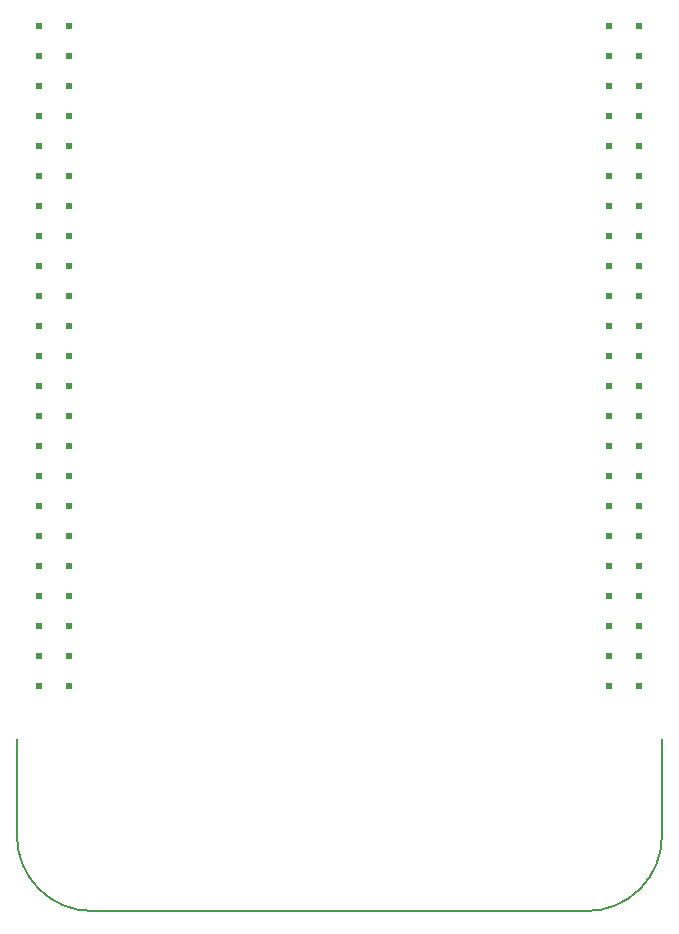
<source format=gbr>
G04 DipTrace 3.0.0.1*
G04 TopAssy.gbr*
%MOMM*%
G04 #@! TF.FileFunction,Drawing,Top*
G04 #@! TF.Part,Single*
%ADD30C,0.127*%
%FSLAX35Y35*%
G04*
G71*
G90*
G75*
G01*
G04 TopAssy*
%LPD*%
X5610833Y1610348D2*
D30*
Y784746D1*
X149833D2*
G03X784948Y150000I634863J117D01*
G01*
X4975719D2*
G03X5610833Y784746I252J634863D01*
G01*
X784948Y150000D2*
X4975719D1*
X149833Y1610348D2*
Y784746D1*
G36*
X568692Y2080146D2*
X619479D1*
Y2029194D1*
X568692D1*
Y2080146D1*
G37*
G36*
X314756D2*
X365543D1*
Y2029194D1*
X314756D1*
Y2080146D1*
G37*
G36*
Y2334044D2*
X365543D1*
Y2283956D1*
X314756D1*
Y2334044D1*
G37*
G36*
X568692D2*
X619479D1*
Y2283956D1*
X568692D1*
Y2334044D1*
G37*
G36*
X314756Y2588806D2*
X365543D1*
Y2537854D1*
X314756D1*
Y2588806D1*
G37*
G36*
X568692D2*
X619479D1*
Y2537854D1*
X568692D1*
Y2588806D1*
G37*
G36*
X314756Y2842705D2*
X365543D1*
Y2791752D1*
X314756D1*
Y2842705D1*
G37*
G36*
Y3096603D2*
X365543D1*
Y3045651D1*
X314756D1*
Y3096603D1*
G37*
G36*
Y3350502D2*
X365543D1*
Y3299549D1*
X314756D1*
Y3350502D1*
G37*
G36*
X568692Y2842705D2*
X619479D1*
Y2791752D1*
X568692D1*
Y2842705D1*
G37*
G36*
Y3096603D2*
X619479D1*
Y3045651D1*
X568692D1*
Y3096603D1*
G37*
G36*
Y3350502D2*
X619479D1*
Y3299549D1*
X568692D1*
Y3350502D1*
G37*
G36*
X314756Y3604400D2*
X365543D1*
Y3553448D1*
X314756D1*
Y3604400D1*
G37*
G36*
X568692D2*
X619479D1*
Y3553448D1*
X568692D1*
Y3604400D1*
G37*
G36*
X314756Y3858298D2*
X365543D1*
Y3807346D1*
X314756D1*
Y3858298D1*
G37*
G36*
X568692D2*
X619479D1*
Y3807346D1*
X568692D1*
Y3858298D1*
G37*
G36*
X314756Y4112197D2*
X365543D1*
Y4061244D1*
X314756D1*
Y4112197D1*
G37*
G36*
X568692D2*
X619479D1*
Y4061244D1*
X568692D1*
Y4112197D1*
G37*
G36*
X314756Y4366095D2*
X365543D1*
Y4316006D1*
X314756D1*
Y4366095D1*
G37*
G36*
X568692D2*
X619479D1*
Y4316006D1*
X568692D1*
Y4366095D1*
G37*
G36*
X314756Y4619994D2*
X365543D1*
Y4569905D1*
X314756D1*
Y4619994D1*
G37*
G36*
X568692D2*
X619479D1*
Y4569905D1*
X568692D1*
Y4619994D1*
G37*
G36*
X314756Y4874756D2*
X365543D1*
Y4823803D1*
X314756D1*
Y4874756D1*
G37*
G36*
X568692D2*
X619479D1*
Y4823803D1*
X568692D1*
Y4874756D1*
G37*
G36*
X314756Y5128654D2*
X365543D1*
Y5077702D1*
X314756D1*
Y5128654D1*
G37*
G36*
X568692D2*
X619479D1*
Y5077702D1*
X568692D1*
Y5128654D1*
G37*
G36*
X314756Y5382552D2*
X365543D1*
Y5331600D1*
X314756D1*
Y5382552D1*
G37*
G36*
X568692D2*
X619479D1*
Y5331600D1*
X568692D1*
Y5382552D1*
G37*
G36*
X314756Y5636451D2*
X365543D1*
Y5585498D1*
X314756D1*
Y5636451D1*
G37*
G36*
X568692D2*
X619479D1*
Y5585498D1*
X568692D1*
Y5636451D1*
G37*
G36*
X314756Y5890349D2*
X365543D1*
Y5839397D1*
X314756D1*
Y5890349D1*
G37*
G36*
X568692D2*
X619479D1*
Y5839397D1*
X568692D1*
Y5890349D1*
G37*
G36*
X314756Y6144248D2*
X365543D1*
Y6093295D1*
X314756D1*
Y6144248D1*
G37*
G36*
X568692D2*
X619479D1*
Y6093295D1*
X568692D1*
Y6144248D1*
G37*
G36*
X314756Y6398146D2*
X365543D1*
Y6347194D1*
X314756D1*
Y6398146D1*
G37*
G36*
X568692D2*
X619479D1*
Y6347194D1*
X568692D1*
Y6398146D1*
G37*
G36*
X314756Y6652044D2*
X365543D1*
Y6601956D1*
X314756D1*
Y6652044D1*
G37*
G36*
X568692D2*
X619479D1*
Y6601956D1*
X568692D1*
Y6652044D1*
G37*
G36*
X314756Y6906806D2*
X365543D1*
Y6855854D1*
X314756D1*
Y6906806D1*
G37*
G36*
X568692D2*
X619479D1*
Y6855854D1*
X568692D1*
Y6906806D1*
G37*
G36*
X314756Y7160705D2*
X365543D1*
Y7109752D1*
X314756D1*
Y7160705D1*
G37*
G36*
X568692D2*
X619479D1*
Y7109752D1*
X568692D1*
Y7160705D1*
G37*
G36*
X314756Y7414603D2*
X365543D1*
Y7363651D1*
X314756D1*
Y7414603D1*
G37*
G36*
X568692D2*
X619479D1*
Y7363651D1*
X568692D1*
Y7414603D1*
G37*
G36*
X314756Y7668502D2*
X365543D1*
Y7617549D1*
X314756D1*
Y7668502D1*
G37*
G36*
X568692D2*
X619479D1*
Y7617549D1*
X568692D1*
Y7668502D1*
G37*
G36*
X5395124Y2080146D2*
X5445911D1*
Y2029194D1*
X5395124D1*
Y2080146D1*
G37*
G36*
X5141187D2*
X5191975D1*
Y2029194D1*
X5141187D1*
Y2080146D1*
G37*
G36*
Y2334044D2*
X5191975D1*
Y2283956D1*
X5141187D1*
Y2334044D1*
G37*
G36*
X5395124D2*
X5445911D1*
Y2283956D1*
X5395124D1*
Y2334044D1*
G37*
G36*
X5141187Y2588806D2*
X5191975D1*
Y2537854D1*
X5141187D1*
Y2588806D1*
G37*
G36*
X5395124D2*
X5445911D1*
Y2537854D1*
X5395124D1*
Y2588806D1*
G37*
G36*
X5141187Y2842705D2*
X5191975D1*
Y2791752D1*
X5141187D1*
Y2842705D1*
G37*
G36*
Y3096603D2*
X5191975D1*
Y3045651D1*
X5141187D1*
Y3096603D1*
G37*
G36*
Y3350502D2*
X5191975D1*
Y3299549D1*
X5141187D1*
Y3350502D1*
G37*
G36*
X5395124Y2842705D2*
X5445911D1*
Y2791752D1*
X5395124D1*
Y2842705D1*
G37*
G36*
Y3096603D2*
X5445911D1*
Y3045651D1*
X5395124D1*
Y3096603D1*
G37*
G36*
Y3350502D2*
X5445911D1*
Y3299549D1*
X5395124D1*
Y3350502D1*
G37*
G36*
X5141187Y3604400D2*
X5191975D1*
Y3553448D1*
X5141187D1*
Y3604400D1*
G37*
G36*
X5395124D2*
X5445911D1*
Y3553448D1*
X5395124D1*
Y3604400D1*
G37*
G36*
X5141187Y3858298D2*
X5191975D1*
Y3807346D1*
X5141187D1*
Y3858298D1*
G37*
G36*
X5395124D2*
X5445911D1*
Y3807346D1*
X5395124D1*
Y3858298D1*
G37*
G36*
X5141187Y4112197D2*
X5191975D1*
Y4061244D1*
X5141187D1*
Y4112197D1*
G37*
G36*
X5395124D2*
X5445911D1*
Y4061244D1*
X5395124D1*
Y4112197D1*
G37*
G36*
X5141187Y4366095D2*
X5191975D1*
Y4316006D1*
X5141187D1*
Y4366095D1*
G37*
G36*
X5395124D2*
X5445911D1*
Y4316006D1*
X5395124D1*
Y4366095D1*
G37*
G36*
X5141187Y4619994D2*
X5191975D1*
Y4569905D1*
X5141187D1*
Y4619994D1*
G37*
G36*
X5395124D2*
X5445911D1*
Y4569905D1*
X5395124D1*
Y4619994D1*
G37*
G36*
X5141187Y4874756D2*
X5191975D1*
Y4823803D1*
X5141187D1*
Y4874756D1*
G37*
G36*
X5395124D2*
X5445911D1*
Y4823803D1*
X5395124D1*
Y4874756D1*
G37*
G36*
X5141187Y5128654D2*
X5191975D1*
Y5077702D1*
X5141187D1*
Y5128654D1*
G37*
G36*
X5395124D2*
X5445911D1*
Y5077702D1*
X5395124D1*
Y5128654D1*
G37*
G36*
X5141187Y5382552D2*
X5191975D1*
Y5331600D1*
X5141187D1*
Y5382552D1*
G37*
G36*
X5395124D2*
X5445911D1*
Y5331600D1*
X5395124D1*
Y5382552D1*
G37*
G36*
X5141187Y5636451D2*
X5191975D1*
Y5585498D1*
X5141187D1*
Y5636451D1*
G37*
G36*
X5395124D2*
X5445911D1*
Y5585498D1*
X5395124D1*
Y5636451D1*
G37*
G36*
X5141187Y5890349D2*
X5191975D1*
Y5839397D1*
X5141187D1*
Y5890349D1*
G37*
G36*
X5395124D2*
X5445911D1*
Y5839397D1*
X5395124D1*
Y5890349D1*
G37*
G36*
X5141187Y6144248D2*
X5191975D1*
Y6093295D1*
X5141187D1*
Y6144248D1*
G37*
G36*
X5395124D2*
X5445911D1*
Y6093295D1*
X5395124D1*
Y6144248D1*
G37*
G36*
X5141187Y6398146D2*
X5191975D1*
Y6347194D1*
X5141187D1*
Y6398146D1*
G37*
G36*
X5395124D2*
X5445911D1*
Y6347194D1*
X5395124D1*
Y6398146D1*
G37*
G36*
X5141187Y6652044D2*
X5191975D1*
Y6601956D1*
X5141187D1*
Y6652044D1*
G37*
G36*
X5395124D2*
X5445911D1*
Y6601956D1*
X5395124D1*
Y6652044D1*
G37*
G36*
X5141187Y6906806D2*
X5191975D1*
Y6855854D1*
X5141187D1*
Y6906806D1*
G37*
G36*
X5395124D2*
X5445911D1*
Y6855854D1*
X5395124D1*
Y6906806D1*
G37*
G36*
X5141187Y7160705D2*
X5191975D1*
Y7109752D1*
X5141187D1*
Y7160705D1*
G37*
G36*
X5395124D2*
X5445911D1*
Y7109752D1*
X5395124D1*
Y7160705D1*
G37*
G36*
X5141187Y7414603D2*
X5191975D1*
Y7363651D1*
X5141187D1*
Y7414603D1*
G37*
G36*
X5395124D2*
X5445911D1*
Y7363651D1*
X5395124D1*
Y7414603D1*
G37*
G36*
X5141187Y7668502D2*
X5191975D1*
Y7617549D1*
X5141187D1*
Y7668502D1*
G37*
G36*
X5395124D2*
X5445911D1*
Y7617549D1*
X5395124D1*
Y7668502D1*
G37*
M02*

</source>
